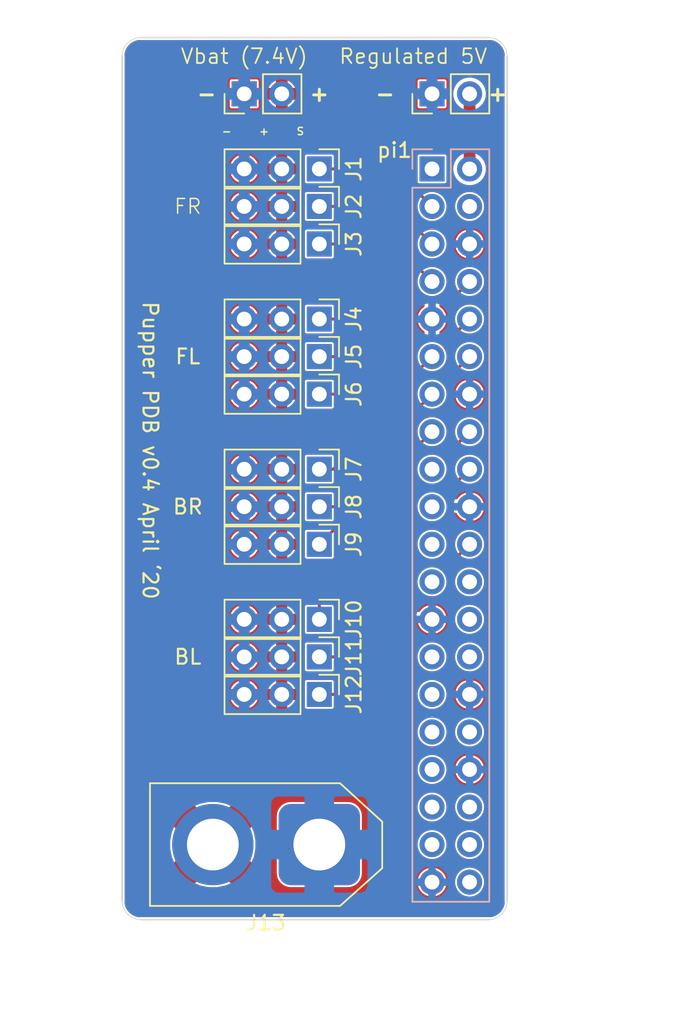
<source format=kicad_pcb>
(kicad_pcb (version 20171130) (host pcbnew "(5.1.4-0-10_14)")
  (layers (0 F.Cu signal) (31 B.Cu signal) (34 B.Paste user) (35 F.Paste user) (36 B.SilkS user) (37 F.SilkS user) (38 B.Mask user) (39 F.Mask user) (44 Edge.Cuts user))
  (net 0 "")
  (net 1 VDD)
  (net 2 GND)
  (net 3 /S11)
  (net 4 /S43)
  (net 5 /S42)
  (net 6 /S41)
  (net 7 /S33)
  (net 8 /S32)
  (net 9 /S31)
  (net 10 /S23)
  (net 11 /S22)
  (net 12 /S21)
  (net 13 /S13)
  (net 14 /S12)
  (net 15 +5V)
  (module Connector_AMASS:AMASS_XT60-M_1x02_P7.20mm_Vertical (layer F.Cu) (at 157.48 114.3 180)
    (fp_text reference J13 (at 3.6 -5.3 180) (layer F.SilkS))
    (fp_text value Conn_01x02)
    (fp_line (start 11.45 -4.15) (end -1.4 -4.15) (layer F.SilkS) (width 0.12))
    (fp_line (start -4.25 -1.6) (end -4.25 1.55) (layer F.SilkS) (width 0.12))
    (fp_line (start -1.4 4.15) (end 11.45 4.15) (layer F.SilkS) (width 0.12))
    (fp_line (start 11.45 4.15) (end 11.45 -4.15) (layer F.SilkS) (width 0.12))
    (fp_line (start -1.4 -4.15) (end -4.25 -1.6) (layer F.SilkS) (width 0.12))
    (fp_line (start -4.25 1.55) (end -1.4 4.15) (layer F.SilkS) (width 0.12))
    (pad 1 thru_hole roundrect (at 0 0 180) (size 5.5 5.5) (drill 3.5) (layers *.Cu *.Mask) (roundrect_rratio 0.15) (net 2 GND) (thermal_gap 0.5))
    (pad 2 thru_hole circle (at 7.2 0 180) (size 5.5 5.5) (drill 3.5) (layers *.Cu *.Mask) (net 1 VDD) (thermal_gap 0.5))
  )
  (module Connector_PinHeader_2.54mm:PinHeader_1x02_P2.54mm_Vertical (layer F.Cu) (at 165.1 63.5 90)
    (fp_text reference J15 hide)
    (fp_text value Conn_01x02)
    (fp_line (start -1.33 3.87) (end 1.33 3.87) (layer F.SilkS) (width 0.12))
    (fp_line (start -1.33 1.27) (end -1.33 3.87) (layer F.SilkS) (width 0.12))
    (fp_line (start 1.33 1.27) (end 1.33 3.87) (layer F.SilkS) (width 0.12))
    (fp_line (start -1.33 1.27) (end 1.33 1.27) (layer F.SilkS) (width 0.12))
    (fp_line (start -1.33 0) (end -1.33 -1.33) (layer F.SilkS) (width 0.12))
    (fp_line (start -1.33 -1.33) (end 0 -1.33) (layer F.SilkS) (width 0.12))
    (pad 1 thru_hole rect (at 0 0 90) (size 1.7 1.7) (drill 1) (layers *.Cu *.Mask) (net 2 GND))
    (pad 2 thru_hole oval (at 0 2.54 90) (size 1.7 1.7) (drill 1) (layers *.Cu *.Mask) (net 15 +5V))
  )
  (module Connector_PinHeader_2.54mm:PinHeader_1x02_P2.54mm_Vertical (layer F.Cu) (at 152.4 63.5 90)
    (fp_text reference J14 hide)
    (fp_text value Conn_01x02)
    (fp_line (start -1.33 -1.33) (end 0 -1.33) (layer F.SilkS) (width 0.12))
    (fp_line (start -1.33 0) (end -1.33 -1.33) (layer F.SilkS) (width 0.12))
    (fp_line (start -1.33 1.27) (end 1.33 1.27) (layer F.SilkS) (width 0.12))
    (fp_line (start 1.33 1.27) (end 1.33 3.87) (layer F.SilkS) (width 0.12))
    (fp_line (start -1.33 1.27) (end -1.33 3.87) (layer F.SilkS) (width 0.12))
    (fp_line (start -1.33 3.87) (end 1.33 3.87) (layer F.SilkS) (width 0.12))
    (pad 2 thru_hole oval (at 0 2.54 90) (size 1.7 1.7) (drill 1) (layers *.Cu *.Mask) (net 1 VDD))
    (pad 1 thru_hole rect (at 0 0 90) (size 1.7 1.7) (drill 1) (layers *.Cu *.Mask) (net 2 GND))
  )
  (module Connector_PinSocket_2.54mm:PinSocket_2x20_P2.54mm_Vertical (layer B.Cu) (at 165.1 68.58 180)
    (fp_text reference pi1 (at 2.54 1.27) (layer F.SilkS))
    (fp_text value pi)
    (fp_line (start 0 1.33) (end 1.33 1.33) (layer B.SilkS) (width 0.12))
    (fp_line (start 1.33 1.33) (end 1.33 0) (layer B.SilkS) (width 0.12))
    (fp_line (start -1.27 1.33) (end -1.27 -1.27) (layer B.SilkS) (width 0.12))
    (fp_line (start -1.27 -1.27) (end 1.33 -1.27) (layer B.SilkS) (width 0.12))
    (fp_line (start 1.33 -1.27) (end 1.33 -49.59) (layer B.SilkS) (width 0.12))
    (fp_line (start -3.87 -49.59) (end 1.33 -49.59) (layer B.SilkS) (width 0.12))
    (fp_line (start -3.87 1.33) (end -3.87 -49.59) (layer B.SilkS) (width 0.12))
    (fp_line (start -3.87 1.33) (end -1.27 1.33) (layer B.SilkS) (width 0.12))
    (pad 40 thru_hole oval (at -2.54 -48.26 180) (size 1.7 1.7) (drill 1) (layers *.Cu *.Mask))
    (pad 39 thru_hole oval (at 0 -48.26 180) (size 1.7 1.7) (drill 1) (layers *.Cu *.Mask) (net 2 GND))
    (pad 38 thru_hole oval (at -2.54 -45.72 180) (size 1.7 1.7) (drill 1) (layers *.Cu *.Mask))
    (pad 37 thru_hole oval (at 0 -45.72 180) (size 1.7 1.7) (drill 1) (layers *.Cu *.Mask))
    (pad 36 thru_hole oval (at -2.54 -43.18 180) (size 1.7 1.7) (drill 1) (layers *.Cu *.Mask))
    (pad 35 thru_hole oval (at 0 -43.18 180) (size 1.7 1.7) (drill 1) (layers *.Cu *.Mask))
    (pad 34 thru_hole oval (at -2.54 -40.64 180) (size 1.7 1.7) (drill 1) (layers *.Cu *.Mask) (net 2 GND))
    (pad 33 thru_hole oval (at 0 -40.64 180) (size 1.7 1.7) (drill 1) (layers *.Cu *.Mask))
    (pad 32 thru_hole oval (at -2.54 -38.1 180) (size 1.7 1.7) (drill 1) (layers *.Cu *.Mask))
    (pad 31 thru_hole oval (at 0 -38.1 180) (size 1.7 1.7) (drill 1) (layers *.Cu *.Mask))
    (pad 30 thru_hole oval (at -2.54 -35.56 180) (size 1.7 1.7) (drill 1) (layers *.Cu *.Mask) (net 2 GND))
    (pad 29 thru_hole oval (at 0 -35.56 180) (size 1.7 1.7) (drill 1) (layers *.Cu *.Mask))
    (pad 28 thru_hole oval (at -2.54 -33.02 180) (size 1.7 1.7) (drill 1) (layers *.Cu *.Mask))
    (pad 27 thru_hole oval (at 0 -33.02 180) (size 1.7 1.7) (drill 1) (layers *.Cu *.Mask))
    (pad 26 thru_hole oval (at -2.54 -30.48 180) (size 1.7 1.7) (drill 1) (layers *.Cu *.Mask))
    (pad 25 thru_hole oval (at 0 -30.48 180) (size 1.7 1.7) (drill 1) (layers *.Cu *.Mask) (net 2 GND))
    (pad 24 thru_hole oval (at -2.54 -27.94 180) (size 1.7 1.7) (drill 1) (layers *.Cu *.Mask))
    (pad 23 thru_hole oval (at 0 -27.94 180) (size 1.7 1.7) (drill 1) (layers *.Cu *.Mask))
    (pad 22 thru_hole oval (at -2.54 -25.4 180) (size 1.7 1.7) (drill 1) (layers *.Cu *.Mask) (net 4 /S43))
    (pad 21 thru_hole oval (at 0 -25.4 180) (size 1.7 1.7) (drill 1) (layers *.Cu *.Mask))
    (pad 20 thru_hole oval (at -2.54 -22.86 180) (size 1.7 1.7) (drill 1) (layers *.Cu *.Mask) (net 2 GND))
    (pad 19 thru_hole oval (at 0 -22.86 180) (size 1.7 1.7) (drill 1) (layers *.Cu *.Mask))
    (pad 18 thru_hole oval (at -2.54 -20.32 180) (size 1.7 1.7) (drill 1) (layers *.Cu *.Mask) (net 5 /S42))
    (pad 17 thru_hole oval (at 0 -20.32 180) (size 1.7 1.7) (drill 1) (layers *.Cu *.Mask))
    (pad 16 thru_hole oval (at -2.54 -17.78 180) (size 1.7 1.7) (drill 1) (layers *.Cu *.Mask) (net 6 /S41))
    (pad 15 thru_hole oval (at 0 -17.78 180) (size 1.7 1.7) (drill 1) (layers *.Cu *.Mask) (net 7 /S33))
    (pad 14 thru_hole oval (at -2.54 -15.24 180) (size 1.7 1.7) (drill 1) (layers *.Cu *.Mask) (net 2 GND))
    (pad 13 thru_hole oval (at 0 -15.24 180) (size 1.7 1.7) (drill 1) (layers *.Cu *.Mask) (net 8 /S32))
    (pad 12 thru_hole oval (at -2.54 -12.7 180) (size 1.7 1.7) (drill 1) (layers *.Cu *.Mask) (net 9 /S31))
    (pad 11 thru_hole oval (at 0 -12.7 180) (size 1.7 1.7) (drill 1) (layers *.Cu *.Mask) (net 10 /S23))
    (pad 10 thru_hole oval (at -2.54 -10.16 180) (size 1.7 1.7) (drill 1) (layers *.Cu *.Mask) (net 11 /S22))
    (pad 9 thru_hole oval (at 0 -10.16 180) (size 1.7 1.7) (drill 1) (layers *.Cu *.Mask) (net 2 GND))
    (pad 8 thru_hole oval (at -2.54 -7.62 180) (size 1.7 1.7) (drill 1) (layers *.Cu *.Mask) (net 12 /S21))
    (pad 7 thru_hole oval (at 0 -7.62 180) (size 1.7 1.7) (drill 1) (layers *.Cu *.Mask) (net 13 /S13))
    (pad 6 thru_hole oval (at -2.54 -5.08 180) (size 1.7 1.7) (drill 1) (layers *.Cu *.Mask) (net 2 GND))
    (pad 5 thru_hole oval (at 0 -5.08 180) (size 1.7 1.7) (drill 1) (layers *.Cu *.Mask) (net 14 /S12))
    (pad 4 thru_hole oval (at -2.54 -2.54 180) (size 1.7 1.7) (drill 1) (layers *.Cu *.Mask))
    (pad 3 thru_hole oval (at 0 -2.54 180) (size 1.7 1.7) (drill 1) (layers *.Cu *.Mask) (net 3 /S11))
    (pad 2 thru_hole oval (at -2.54 0 180) (size 1.7 1.7) (drill 1) (layers *.Cu *.Mask) (net 15 +5V))
    (pad 1 thru_hole rect (at 0 0 180) (size 1.7 1.7) (drill 1) (layers *.Cu *.Mask))
  )
  (module Connector_PinHeader_2.54mm:PinHeader_1x03_P2.54mm_Vertical (layer F.Cu) (at 157.48 104.14 270)
    (fp_text reference J12 (at 0 -2.33 90) (layer F.SilkS))
    (fp_text value Conn_01x03)
    (fp_line (start -1.33 -1.33) (end 0 -1.33) (layer F.SilkS) (width 0.12))
    (fp_line (start -1.33 0) (end -1.33 -1.33) (layer F.SilkS) (width 0.12))
    (fp_line (start -1.33 1.27) (end 1.33 1.27) (layer F.SilkS) (width 0.12))
    (fp_line (start 1.33 1.27) (end 1.33 6.41) (layer F.SilkS) (width 0.12))
    (fp_line (start -1.33 1.27) (end -1.33 6.41) (layer F.SilkS) (width 0.12))
    (fp_line (start -1.33 6.41) (end 1.33 6.41) (layer F.SilkS) (width 0.12))
    (pad 3 thru_hole oval (at 0 5.08 270) (size 1.7 1.7) (drill 1) (layers *.Cu *.Mask) (net 2 GND))
    (pad 2 thru_hole oval (at 0 2.54 270) (size 1.7 1.7) (drill 1) (layers *.Cu *.Mask) (net 1 VDD))
    (pad 1 thru_hole rect (at 0 0 270) (size 1.7 1.7) (drill 1) (layers *.Cu *.Mask) (net 4 /S43))
  )
  (module Connector_PinHeader_2.54mm:PinHeader_1x03_P2.54mm_Vertical (layer F.Cu) (at 157.48 93.98 270)
    (fp_text reference J9 (at 0 -2.33 90) (layer F.SilkS))
    (fp_text value Conn_01x03)
    (fp_line (start -1.33 -1.33) (end 0 -1.33) (layer F.SilkS) (width 0.12))
    (fp_line (start -1.33 0) (end -1.33 -1.33) (layer F.SilkS) (width 0.12))
    (fp_line (start -1.33 1.27) (end 1.33 1.27) (layer F.SilkS) (width 0.12))
    (fp_line (start 1.33 1.27) (end 1.33 6.41) (layer F.SilkS) (width 0.12))
    (fp_line (start -1.33 1.27) (end -1.33 6.41) (layer F.SilkS) (width 0.12))
    (fp_line (start -1.33 6.41) (end 1.33 6.41) (layer F.SilkS) (width 0.12))
    (pad 3 thru_hole oval (at 0 5.08 270) (size 1.7 1.7) (drill 1) (layers *.Cu *.Mask) (net 2 GND))
    (pad 2 thru_hole oval (at 0 2.54 270) (size 1.7 1.7) (drill 1) (layers *.Cu *.Mask) (net 1 VDD))
    (pad 1 thru_hole rect (at 0 0 270) (size 1.7 1.7) (drill 1) (layers *.Cu *.Mask) (net 7 /S33))
  )
  (module Connector_PinHeader_2.54mm:PinHeader_1x03_P2.54mm_Vertical (layer F.Cu) (at 157.48 83.82 270)
    (fp_text reference J6 (at 0 -2.33 90) (layer F.SilkS))
    (fp_text value Conn_01x03)
    (fp_line (start -1.33 -1.33) (end 0 -1.33) (layer F.SilkS) (width 0.12))
    (fp_line (start -1.33 0) (end -1.33 -1.33) (layer F.SilkS) (width 0.12))
    (fp_line (start -1.33 1.27) (end 1.33 1.27) (layer F.SilkS) (width 0.12))
    (fp_line (start 1.33 1.27) (end 1.33 6.41) (layer F.SilkS) (width 0.12))
    (fp_line (start -1.33 1.27) (end -1.33 6.41) (layer F.SilkS) (width 0.12))
    (fp_line (start -1.33 6.41) (end 1.33 6.41) (layer F.SilkS) (width 0.12))
    (pad 3 thru_hole oval (at 0 5.08 270) (size 1.7 1.7) (drill 1) (layers *.Cu *.Mask) (net 2 GND))
    (pad 2 thru_hole oval (at 0 2.54 270) (size 1.7 1.7) (drill 1) (layers *.Cu *.Mask) (net 1 VDD))
    (pad 1 thru_hole rect (at 0 0 270) (size 1.7 1.7) (drill 1) (layers *.Cu *.Mask) (net 10 /S23))
  )
  (module Connector_PinHeader_2.54mm:PinHeader_1x03_P2.54mm_Vertical (layer F.Cu) (at 157.48 101.6 270)
    (fp_text reference J11 (at 0 -2.33 90) (layer F.SilkS))
    (fp_text value Conn_01x03)
    (fp_line (start -1.33 -1.33) (end 0 -1.33) (layer F.SilkS) (width 0.12))
    (fp_line (start -1.33 0) (end -1.33 -1.33) (layer F.SilkS) (width 0.12))
    (fp_line (start -1.33 1.27) (end 1.33 1.27) (layer F.SilkS) (width 0.12))
    (fp_line (start 1.33 1.27) (end 1.33 6.41) (layer F.SilkS) (width 0.12))
    (fp_line (start -1.33 1.27) (end -1.33 6.41) (layer F.SilkS) (width 0.12))
    (fp_line (start -1.33 6.41) (end 1.33 6.41) (layer F.SilkS) (width 0.12))
    (pad 3 thru_hole oval (at 0 5.08 270) (size 1.7 1.7) (drill 1) (layers *.Cu *.Mask) (net 2 GND))
    (pad 2 thru_hole oval (at 0 2.54 270) (size 1.7 1.7) (drill 1) (layers *.Cu *.Mask) (net 1 VDD))
    (pad 1 thru_hole rect (at 0 0 270) (size 1.7 1.7) (drill 1) (layers *.Cu *.Mask) (net 5 /S42))
  )
  (module Connector_PinHeader_2.54mm:PinHeader_1x03_P2.54mm_Vertical (layer F.Cu) (at 157.48 91.44 270)
    (fp_text reference J8 (at 0 -2.33 90) (layer F.SilkS))
    (fp_text value Conn_01x03)
    (fp_line (start -1.33 -1.33) (end 0 -1.33) (layer F.SilkS) (width 0.12))
    (fp_line (start -1.33 0) (end -1.33 -1.33) (layer F.SilkS) (width 0.12))
    (fp_line (start -1.33 1.27) (end 1.33 1.27) (layer F.SilkS) (width 0.12))
    (fp_line (start 1.33 1.27) (end 1.33 6.41) (layer F.SilkS) (width 0.12))
    (fp_line (start -1.33 1.27) (end -1.33 6.41) (layer F.SilkS) (width 0.12))
    (fp_line (start -1.33 6.41) (end 1.33 6.41) (layer F.SilkS) (width 0.12))
    (pad 3 thru_hole oval (at 0 5.08 270) (size 1.7 1.7) (drill 1) (layers *.Cu *.Mask) (net 2 GND))
    (pad 2 thru_hole oval (at 0 2.54 270) (size 1.7 1.7) (drill 1) (layers *.Cu *.Mask) (net 1 VDD))
    (pad 1 thru_hole rect (at 0 0 270) (size 1.7 1.7) (drill 1) (layers *.Cu *.Mask) (net 8 /S32))
  )
  (module Connector_PinHeader_2.54mm:PinHeader_1x03_P2.54mm_Vertical (layer F.Cu) (at 157.48 81.28 270)
    (fp_text reference J5 (at 0 -2.33 90) (layer F.SilkS))
    (fp_text value Conn_01x03)
    (fp_line (start -1.33 -1.33) (end 0 -1.33) (layer F.SilkS) (width 0.12))
    (fp_line (start -1.33 0) (end -1.33 -1.33) (layer F.SilkS) (width 0.12))
    (fp_line (start -1.33 1.27) (end 1.33 1.27) (layer F.SilkS) (width 0.12))
    (fp_line (start 1.33 1.27) (end 1.33 6.41) (layer F.SilkS) (width 0.12))
    (fp_line (start -1.33 1.27) (end -1.33 6.41) (layer F.SilkS) (width 0.12))
    (fp_line (start -1.33 6.41) (end 1.33 6.41) (layer F.SilkS) (width 0.12))
    (pad 3 thru_hole oval (at 0 5.08 270) (size 1.7 1.7) (drill 1) (layers *.Cu *.Mask) (net 2 GND))
    (pad 2 thru_hole oval (at 0 2.54 270) (size 1.7 1.7) (drill 1) (layers *.Cu *.Mask) (net 1 VDD))
    (pad 1 thru_hole rect (at 0 0 270) (size 1.7 1.7) (drill 1) (layers *.Cu *.Mask) (net 11 /S22))
  )
  (module Connector_PinHeader_2.54mm:PinHeader_1x03_P2.54mm_Vertical (layer F.Cu) (at 157.48 99.06 270)
    (fp_text reference J10 (at 0 -2.33 90) (layer F.SilkS))
    (fp_text value Conn_01x03)
    (fp_line (start -1.33 -1.33) (end 0 -1.33) (layer F.SilkS) (width 0.12))
    (fp_line (start -1.33 0) (end -1.33 -1.33) (layer F.SilkS) (width 0.12))
    (fp_line (start -1.33 1.27) (end 1.33 1.27) (layer F.SilkS) (width 0.12))
    (fp_line (start 1.33 1.27) (end 1.33 6.41) (layer F.SilkS) (width 0.12))
    (fp_line (start -1.33 1.27) (end -1.33 6.41) (layer F.SilkS) (width 0.12))
    (fp_line (start -1.33 6.41) (end 1.33 6.41) (layer F.SilkS) (width 0.12))
    (pad 3 thru_hole oval (at 0 5.08 270) (size 1.7 1.7) (drill 1) (layers *.Cu *.Mask) (net 2 GND))
    (pad 2 thru_hole oval (at 0 2.54 270) (size 1.7 1.7) (drill 1) (layers *.Cu *.Mask) (net 1 VDD))
    (pad 1 thru_hole rect (at 0 0 270) (size 1.7 1.7) (drill 1) (layers *.Cu *.Mask) (net 6 /S41))
  )
  (module Connector_PinHeader_2.54mm:PinHeader_1x03_P2.54mm_Vertical (layer F.Cu) (at 157.48 88.9 270)
    (fp_text reference J7 (at 0 -2.33 90) (layer F.SilkS))
    (fp_text value Conn_01x03)
    (fp_line (start -1.33 -1.33) (end 0 -1.33) (layer F.SilkS) (width 0.12))
    (fp_line (start -1.33 0) (end -1.33 -1.33) (layer F.SilkS) (width 0.12))
    (fp_line (start -1.33 1.27) (end 1.33 1.27) (layer F.SilkS) (width 0.12))
    (fp_line (start 1.33 1.27) (end 1.33 6.41) (layer F.SilkS) (width 0.12))
    (fp_line (start -1.33 1.27) (end -1.33 6.41) (layer F.SilkS) (width 0.12))
    (fp_line (start -1.33 6.41) (end 1.33 6.41) (layer F.SilkS) (width 0.12))
    (pad 3 thru_hole oval (at 0 5.08 270) (size 1.7 1.7) (drill 1) (layers *.Cu *.Mask) (net 2 GND))
    (pad 2 thru_hole oval (at 0 2.54 270) (size 1.7 1.7) (drill 1) (layers *.Cu *.Mask) (net 1 VDD))
    (pad 1 thru_hole rect (at 0 0 270) (size 1.7 1.7) (drill 1) (layers *.Cu *.Mask) (net 9 /S31))
  )
  (module Connector_PinHeader_2.54mm:PinHeader_1x03_P2.54mm_Vertical (layer F.Cu) (at 157.48 78.74 270)
    (fp_text reference J4 (at 0 -2.33 90) (layer F.SilkS))
    (fp_text value Conn_01x03)
    (fp_line (start -1.33 -1.33) (end 0 -1.33) (layer F.SilkS) (width 0.12))
    (fp_line (start -1.33 0) (end -1.33 -1.33) (layer F.SilkS) (width 0.12))
    (fp_line (start -1.33 1.27) (end 1.33 1.27) (layer F.SilkS) (width 0.12))
    (fp_line (start 1.33 1.27) (end 1.33 6.41) (layer F.SilkS) (width 0.12))
    (fp_line (start -1.33 1.27) (end -1.33 6.41) (layer F.SilkS) (width 0.12))
    (fp_line (start -1.33 6.41) (end 1.33 6.41) (layer F.SilkS) (width 0.12))
    (pad 3 thru_hole oval (at 0 5.08 270) (size 1.7 1.7) (drill 1) (layers *.Cu *.Mask) (net 2 GND))
    (pad 2 thru_hole oval (at 0 2.54 270) (size 1.7 1.7) (drill 1) (layers *.Cu *.Mask) (net 1 VDD))
    (pad 1 thru_hole rect (at 0 0 270) (size 1.7 1.7) (drill 1) (layers *.Cu *.Mask) (net 12 /S21))
  )
  (module Connector_PinHeader_2.54mm:PinHeader_1x03_P2.54mm_Vertical (layer F.Cu) (at 157.48 68.58 270)
    (fp_text reference J1 (at 0 -2.33 90) (layer F.SilkS))
    (fp_text value Conn_01x03)
    (fp_line (start -1.33 6.41) (end 1.33 6.41) (layer F.SilkS) (width 0.12))
    (fp_line (start -1.33 1.27) (end -1.33 6.41) (layer F.SilkS) (width 0.12))
    (fp_line (start 1.33 1.27) (end 1.33 6.41) (layer F.SilkS) (width 0.12))
    (fp_line (start -1.33 1.27) (end 1.33 1.27) (layer F.SilkS) (width 0.12))
    (fp_line (start -1.33 0) (end -1.33 -1.33) (layer F.SilkS) (width 0.12))
    (fp_line (start -1.33 -1.33) (end 0 -1.33) (layer F.SilkS) (width 0.12))
    (pad 1 thru_hole rect (at 0 0 270) (size 1.7 1.7) (drill 1) (layers *.Cu *.Mask) (net 3 /S11))
    (pad 2 thru_hole oval (at 0 2.54 270) (size 1.7 1.7) (drill 1) (layers *.Cu *.Mask) (net 1 VDD))
    (pad 3 thru_hole oval (at 0 5.08 270) (size 1.7 1.7) (drill 1) (layers *.Cu *.Mask) (net 2 GND))
  )
  (module Connector_PinHeader_2.54mm:PinHeader_1x03_P2.54mm_Vertical (layer F.Cu) (at 157.48 73.66 270)
    (fp_text reference J3 (at 0 -2.33 90) (layer F.SilkS))
    (fp_text value Conn_01x03)
    (fp_line (start -1.33 6.41) (end 1.33 6.41) (layer F.SilkS) (width 0.12))
    (fp_line (start -1.33 1.27) (end -1.33 6.41) (layer F.SilkS) (width 0.12))
    (fp_line (start 1.33 1.27) (end 1.33 6.41) (layer F.SilkS) (width 0.12))
    (fp_line (start -1.33 1.27) (end 1.33 1.27) (layer F.SilkS) (width 0.12))
    (fp_line (start -1.33 0) (end -1.33 -1.33) (layer F.SilkS) (width 0.12))
    (fp_line (start -1.33 -1.33) (end 0 -1.33) (layer F.SilkS) (width 0.12))
    (pad 1 thru_hole rect (at 0 0 270) (size 1.7 1.7) (drill 1) (layers *.Cu *.Mask) (net 13 /S13))
    (pad 2 thru_hole oval (at 0 2.54 270) (size 1.7 1.7) (drill 1) (layers *.Cu *.Mask) (net 1 VDD))
    (pad 3 thru_hole oval (at 0 5.08 270) (size 1.7 1.7) (drill 1) (layers *.Cu *.Mask) (net 2 GND))
  )
  (module Connector_PinHeader_2.54mm:PinHeader_1x03_P2.54mm_Vertical (layer F.Cu) (at 157.48 71.12 270)
    (fp_text reference J2 (at 0 -2.33 90) (layer F.SilkS))
    (fp_text value Conn_01x03)
    (fp_line (start -1.33 -1.33) (end 0 -1.33) (layer F.SilkS) (width 0.12))
    (fp_line (start -1.33 0) (end -1.33 -1.33) (layer F.SilkS) (width 0.12))
    (fp_line (start -1.33 1.27) (end 1.33 1.27) (layer F.SilkS) (width 0.12))
    (fp_line (start 1.33 1.27) (end 1.33 6.41) (layer F.SilkS) (width 0.12))
    (fp_line (start -1.33 1.27) (end -1.33 6.41) (layer F.SilkS) (width 0.12))
    (fp_line (start -1.33 6.41) (end 1.33 6.41) (layer F.SilkS) (width 0.12))
    (pad 3 thru_hole oval (at 0 5.08 270) (size 1.7 1.7) (drill 1) (layers *.Cu *.Mask) (net 2 GND))
    (pad 2 thru_hole oval (at 0 2.54 270) (size 1.7 1.7) (drill 1) (layers *.Cu *.Mask) (net 1 VDD))
    (pad 1 thru_hole rect (at 0 0 270) (size 1.7 1.7) (drill 1) (layers *.Cu *.Mask) (net 14 /S12))
  )
  (gr_text BL (at 148.59 101.6) (layer F.SilkS) (effects (font (size 1 1))))
  (gr_text BR (at 148.59 91.44) (layer F.SilkS) (effects (font (size 1 1))))
  (gr_text FL (at 148.59 81.28) (layer F.SilkS) (effects (font (size 1 1))))
  (gr_text FR (at 148.59 71.12) (layer F.SilkS) (effects (font (size 1 1) (thickness 0.1))))
  (gr_text - (at 161.925 63.5) (layer F.SilkS) (effects (font (size 1 1) (thickness 0.2))))
  (gr_text + (at 169.545 63.5) (layer F.SilkS) (effects (font (size 1 1) (thickness 0.2))))
  (gr_text "-     +     S" (at 153.67 66.04) (layer F.SilkS) (effects (font (size 0.5 0.5) (thickness 0.1))))
  (gr_text "Vbat (7.4V)" (at 152.4 60.96) (layer F.SilkS) (effects (font (size 1 1) (thickness 0.12))))
  (gr_text "Regulated 5V" (at 163.83 60.96) (layer F.SilkS) (effects (font (size 1 1) (thickness 0.12))))
  (gr_text + (at 167.64 63.5) (layer F.SilkS) (effects (font (size 1 1))))
  (gr_text - (at 149.86 63.5) (layer F.SilkS) (effects (font (size 1 1) (thickness 0.2))))
  (gr_text + (at 157.48 63.5) (layer F.SilkS) (effects (font (size 1 1) (thickness 0.2))))
  (gr_text "Pupper PDB v0.4 April ‘20" (at 146.05 87.63 270) (layer F.SilkS) (effects (font (size 1 1))))
  (gr_arc (start 168.91 60.96) (end 170.18 60.96) (angle -90) (layer Edge.Cuts) (width 0.05))
  (gr_arc (start 145.415 60.96) (end 145.415 59.69) (angle -90) (layer Edge.Cuts) (width 0.05))
  (gr_arc (start 168.91 118.11) (end 168.91 119.38) (angle -90) (layer Edge.Cuts) (width 0.05))
  (gr_arc (start 145.415 118.11) (end 144.145 118.11) (angle -90) (layer Edge.Cuts) (width 0.05))
  (gr_line (start 170.18 118.11) (end 170.18 60.96) (layer Edge.Cuts) (width 0.1))
  (gr_line (start 145.415 119.38) (end 168.91 119.38) (layer Edge.Cuts) (width 0.1))
  (gr_line (start 144.145 60.96) (end 144.145 118.11) (layer Edge.Cuts) (width 0.1))
  (gr_line (start 168.91 59.69) (end 145.415 59.69) (layer Edge.Cuts) (width 0.1))
  (segment (start 162.56 68.58) (end 165.1 71.12) (width 0.2) (layer F.Cu) (net 3))
  (segment (start 157.48 68.58) (end 162.56 68.58) (width 0.2) (layer F.Cu) (net 3))
  (segment (start 166.37 95.25) (end 167.64 93.98) (width 0.2) (layer F.Cu) (net 4))
  (segment (start 157.48 104.14) (end 158.53 104.14) (width 0.2) (layer F.Cu) (net 4))
  (segment (start 164.776038 95.25) (end 166.37 95.25) (width 0.2) (layer F.Cu) (net 4))
  (segment (start 163.83 96.196038) (end 164.776038 95.25) (width 0.2) (layer F.Cu) (net 4))
  (segment (start 163.83 98.84) (end 163.83 96.196038) (width 0.2) (layer F.Cu) (net 4))
  (segment (start 158.53 104.14) (end 163.83 98.84) (width 0.2) (layer F.Cu) (net 4))
  (segment (start 158.53 101.6) (end 162.56 97.57) (width 0.2) (layer F.Cu) (net 5))
  (segment (start 157.48 101.6) (end 158.53 101.6) (width 0.2) (layer F.Cu) (net 5))
  (segment (start 162.56 94.926038) (end 164.776038 92.71) (width 0.2) (layer F.Cu) (net 5))
  (segment (start 162.56 97.57) (end 162.56 94.926038) (width 0.2) (layer F.Cu) (net 5))
  (segment (start 164.776038 92.71) (end 165.423962 92.71) (width 0.2) (layer F.Cu) (net 5))
  (segment (start 166.37 90.17) (end 167.64 88.9) (width 0.2) (layer F.Cu) (net 5))
  (segment (start 166.37 91.763962) (end 166.37 90.17) (width 0.2) (layer F.Cu) (net 5))
  (segment (start 165.423962 92.71) (end 166.37 91.763962) (width 0.2) (layer F.Cu) (net 5))
  (segment (start 166.790001 87.209999) (end 167.64 86.36) (width 0.2) (layer F.Cu) (net 6))
  (segment (start 166.562999 87.437001) (end 166.790001 87.209999) (width 0.2) (layer F.Cu) (net 6))
  (segment (start 163.83 88.19004) (end 164.583039 87.437001) (width 0.2) (layer F.Cu) (net 6))
  (segment (start 164.583039 87.437001) (end 166.562999 87.437001) (width 0.2) (layer F.Cu) (net 6))
  (segment (start 163.83 91.116038) (end 163.83 88.19004) (width 0.2) (layer F.Cu) (net 6))
  (segment (start 157.48 97.466038) (end 163.83 91.116038) (width 0.2) (layer F.Cu) (net 6))
  (segment (start 157.48 99.06) (end 157.48 97.466038) (width 0.2) (layer F.Cu) (net 6))
  (segment (start 157.48 93.98) (end 165.1 86.36) (width 0.2) (layer F.Cu) (net 7))
  (segment (start 158.53 91.44) (end 160.02 89.95) (width 0.2) (layer F.Cu) (net 8))
  (segment (start 157.48 91.44) (end 158.53 91.44) (width 0.2) (layer F.Cu) (net 8))
  (segment (start 160.02 88.9) (end 165.1 83.82) (width 0.2) (layer F.Cu) (net 8))
  (segment (start 160.02 89.95) (end 160.02 88.9) (width 0.2) (layer F.Cu) (net 8))
  (segment (start 158.426038 88.9) (end 164.776038 82.55) (width 0.2) (layer F.Cu) (net 9))
  (segment (start 157.48 88.9) (end 158.426038 88.9) (width 0.2) (layer F.Cu) (net 9))
  (segment (start 166.37 82.55) (end 167.64 81.28) (width 0.2) (layer F.Cu) (net 9))
  (segment (start 164.776038 82.55) (end 166.37 82.55) (width 0.2) (layer F.Cu) (net 9))
  (segment (start 162.56 83.82) (end 165.1 81.28) (width 0.2) (layer F.Cu) (net 10))
  (segment (start 157.48 83.82) (end 162.56 83.82) (width 0.2) (layer F.Cu) (net 10))
  (segment (start 158.53 81.28) (end 159.8 80.01) (width 0.2) (layer F.Cu) (net 11))
  (segment (start 159.8 80.01) (end 166.37 80.01) (width 0.2) (layer F.Cu) (net 11))
  (segment (start 166.37 80.01) (end 167.64 78.74) (width 0.2) (layer F.Cu) (net 11))
  (segment (start 157.48 81.28) (end 158.53 81.28) (width 0.2) (layer F.Cu) (net 11))
  (segment (start 158.53 78.74) (end 159.8 77.47) (width 0.2) (layer F.Cu) (net 12))
  (segment (start 157.48 78.74) (end 158.53 78.74) (width 0.2) (layer F.Cu) (net 12))
  (segment (start 166.37 77.47) (end 167.64 76.2) (width 0.2) (layer F.Cu) (net 12))
  (segment (start 159.8 77.47) (end 166.37 77.47) (width 0.2) (layer F.Cu) (net 12))
  (segment (start 162.56 73.66) (end 165.1 76.2) (width 0.2) (layer F.Cu) (net 13))
  (segment (start 157.48 73.66) (end 162.56 73.66) (width 0.2) (layer F.Cu) (net 13))
  (segment (start 162.56 71.12) (end 165.1 73.66) (width 0.2) (layer F.Cu) (net 14))
  (segment (start 157.48 71.12) (end 162.56 71.12) (width 0.2) (layer F.Cu) (net 14))
  (segment (start 167.64 67.31) (end 167.64 63.5) (width 0.8) (layer F.Cu) (net 15))
  (segment (start 167.64 67.31) (end 167.64 68.58) (width 0.8) (layer F.Cu) (net 15))
  (zone (net 1) (net_name VDD) (layer F.Cu) (connect_pads (clearance 0.127)) (min_thickness 0.254) (fill yes (arc_segments 32) (thermal_gap 0.254) (thermal_bridge_width 0.75))
    (polygon (pts (xy 138.43 57.15) (xy 179.07 57.15) (xy 179.07 124.46) (xy 138.43 124.46)))
  )
  (zone (net 2) (net_name GND) (layer B.Cu) (connect_pads (clearance 0.127)) (min_thickness 0.254) (fill yes (arc_segments 32) (thermal_gap 0.254) (thermal_bridge_width 0.75))
    (polygon (pts (xy 135.89 57.15) (xy 182.88 57.15) (xy 182.88 126.365) (xy 135.89 126.365)))
  )
)
</source>
